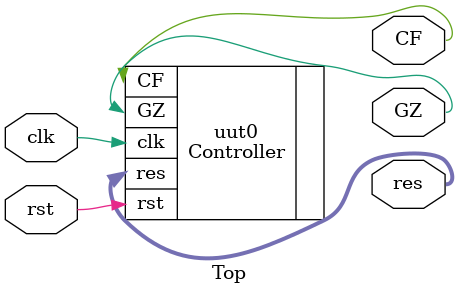
<source format=v>
`include "controller.v"

module Top (
    input wire clk,
    input wire rst,
    output wire [6:0] res,
    output wire CF,
    output wire GZ 
);

Controller uut0(
    .clk(clk),
    .rst(rst),
    .res(res),
    .CF(CF),
    .GZ(GZ)
);

    
endmodule
</source>
